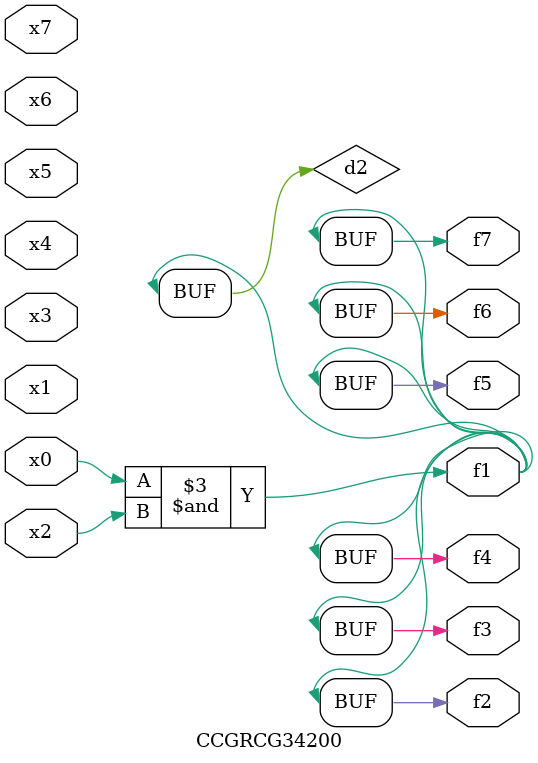
<source format=v>
module CCGRCG34200(
	input x0, x1, x2, x3, x4, x5, x6, x7,
	output f1, f2, f3, f4, f5, f6, f7
);

	wire d1, d2;

	nor (d1, x3, x6);
	and (d2, x0, x2);
	assign f1 = d2;
	assign f2 = d2;
	assign f3 = d2;
	assign f4 = d2;
	assign f5 = d2;
	assign f6 = d2;
	assign f7 = d2;
endmodule

</source>
